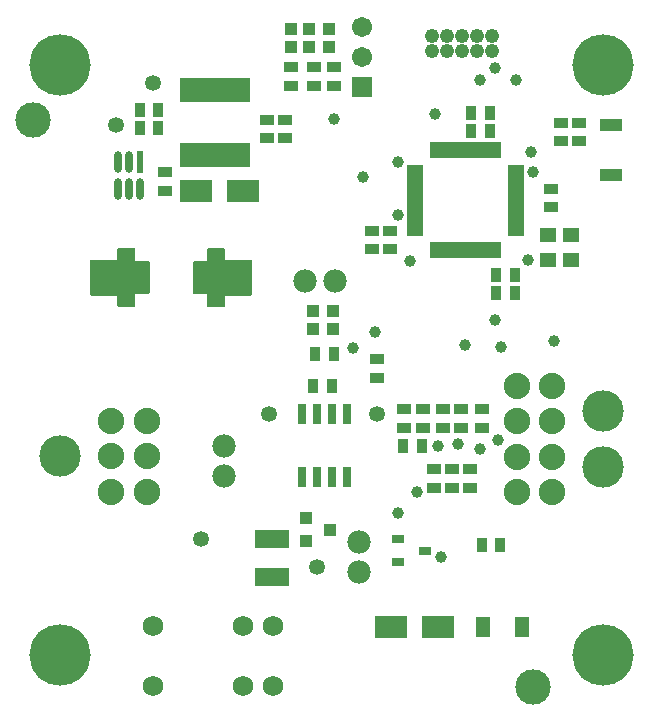
<source format=gts>
G04*
G04 #@! TF.GenerationSoftware,Altium Limited,Altium Designer,19.0.10 (269)*
G04*
G04 Layer_Color=8388736*
%FSLAX25Y25*%
%MOIN*%
G70*
G01*
G75*
%ADD14R,0.04343X0.03162*%
%ADD15C,0.05300*%
%ADD16R,0.04800X0.06800*%
%ADD17R,0.03800X0.04800*%
%ADD18C,0.09708*%
%ADD19R,0.04800X0.03800*%
%ADD20R,0.07800X0.04300*%
%ADD21R,0.01981X0.05524*%
%ADD22R,0.05524X0.01981*%
%ADD23R,0.04300X0.04300*%
%ADD24R,0.10642X0.07493*%
%ADD25R,0.23241X0.07887*%
G04:AMPARAMS|DCode=26|XSize=73.01mil|YSize=24.1mil|CornerRadius=12.05mil|HoleSize=0mil|Usage=FLASHONLY|Rotation=270.000|XOffset=0mil|YOffset=0mil|HoleType=Round|Shape=RoundedRectangle|*
%AMROUNDEDRECTD26*
21,1,0.07301,0.00000,0,0,270.0*
21,1,0.04891,0.02410,0,0,270.0*
1,1,0.02410,0.00000,-0.02445*
1,1,0.02410,0.00000,0.02445*
1,1,0.02410,0.00000,0.02445*
1,1,0.02410,0.00000,-0.02445*
%
%ADD26ROUNDEDRECTD26*%
%ADD27R,0.02410X0.07301*%
%ADD28R,0.05600X0.05100*%
%ADD29R,0.03162X0.06902*%
%ADD30R,0.11824X0.05918*%
%ADD31R,0.04343X0.03950*%
%ADD32C,0.11811*%
%ADD33C,0.07800*%
%ADD34C,0.13811*%
%ADD35C,0.08800*%
%ADD36C,0.04800*%
%ADD37R,0.06706X0.06706*%
%ADD38C,0.06706*%
%ADD39C,0.06800*%
%ADD40C,0.20472*%
%ADD41C,0.03950*%
G36*
X414651Y352250D02*
X414707Y352240D01*
X414761Y352225D01*
X414813Y352203D01*
X414862Y352176D01*
X414908Y352144D01*
X414949Y352106D01*
X414987Y352064D01*
X415019Y352019D01*
X415046Y351970D01*
X415068Y351918D01*
X415084Y351864D01*
X415093Y351808D01*
X415096Y351752D01*
Y347922D01*
X419320D01*
X419376Y347919D01*
X419431Y347910D01*
X419485Y347894D01*
X419537Y347873D01*
X419586Y347846D01*
X419632Y347813D01*
X419674Y347776D01*
X419711Y347734D01*
X419744Y347688D01*
X419771Y347639D01*
X419792Y347587D01*
X419808Y347533D01*
X419817Y347478D01*
X419820Y347422D01*
Y337579D01*
X419817Y337523D01*
X419808Y337468D01*
X419792Y337414D01*
X419771Y337362D01*
X419744Y337313D01*
X419711Y337267D01*
X419674Y337225D01*
X419632Y337188D01*
X419586Y337155D01*
X419537Y337128D01*
X419485Y337106D01*
X419431Y337091D01*
X419376Y337081D01*
X419320Y337078D01*
X415096D01*
Y333248D01*
X415093Y333192D01*
X415084Y333137D01*
X415068Y333083D01*
X415046Y333031D01*
X415019Y332982D01*
X414987Y332936D01*
X414949Y332894D01*
X414908Y332857D01*
X414862Y332824D01*
X414813Y332797D01*
X414761Y332776D01*
X414707Y332760D01*
X414651Y332751D01*
X414595Y332748D01*
X409477D01*
X409421Y332751D01*
X409366Y332760D01*
X409312Y332776D01*
X409260Y332797D01*
X409211Y332824D01*
X409165Y332857D01*
X409123Y332894D01*
X409086Y332936D01*
X409053Y332982D01*
X409026Y333031D01*
X409004Y333083D01*
X408989Y333137D01*
X408980Y333192D01*
X408976Y333248D01*
X408976Y336499D01*
X400500Y336499D01*
X400444Y336502D01*
X400389Y336512D01*
X400335Y336527D01*
X400283Y336549D01*
X400234Y336576D01*
X400188Y336609D01*
X400146Y336646D01*
X400108Y336688D01*
X400076Y336734D01*
X400049Y336783D01*
X400027Y336835D01*
X400012Y336889D01*
X400002Y336944D01*
X399999Y337000D01*
X399999Y348000D01*
X400002Y348056D01*
X400012Y348112D01*
X400027Y348165D01*
X400049Y348217D01*
X400076Y348267D01*
X400108Y348312D01*
X400146Y348354D01*
X400188Y348392D01*
X400234Y348424D01*
X400283Y348451D01*
X400335Y348473D01*
X400389Y348488D01*
X400444Y348498D01*
X400500Y348501D01*
X408976Y348501D01*
X408976Y351752D01*
X408980Y351808D01*
X408989Y351864D01*
X409004Y351918D01*
X409026Y351970D01*
X409053Y352019D01*
X409086Y352064D01*
X409123Y352106D01*
X409165Y352144D01*
X409211Y352176D01*
X409260Y352203D01*
X409312Y352225D01*
X409366Y352240D01*
X409421Y352250D01*
X409477Y352253D01*
X414595D01*
X414651Y352250D01*
D02*
G37*
G36*
X444573D02*
X444628Y352240D01*
X444682Y352225D01*
X444734Y352203D01*
X444783Y352176D01*
X444829Y352144D01*
X444871Y352106D01*
X444908Y352064D01*
X444941Y352019D01*
X444968Y351970D01*
X444989Y351918D01*
X445005Y351864D01*
X445014Y351808D01*
X445017Y351752D01*
X445017Y348501D01*
X453500Y348501D01*
X453556Y348498D01*
X453611Y348488D01*
X453665Y348473D01*
X453717Y348451D01*
X453766Y348424D01*
X453812Y348392D01*
X453854Y348354D01*
X453892Y348312D01*
X453924Y348267D01*
X453951Y348217D01*
X453973Y348165D01*
X453988Y348112D01*
X453998Y348056D01*
X454001Y348000D01*
X454001Y337000D01*
X453998Y336944D01*
X453988Y336889D01*
X453973Y336835D01*
X453951Y336783D01*
X453924Y336734D01*
X453892Y336688D01*
X453854Y336646D01*
X453812Y336609D01*
X453766Y336576D01*
X453717Y336549D01*
X453665Y336527D01*
X453611Y336512D01*
X453556Y336502D01*
X453500Y336499D01*
X445017Y336499D01*
X445017Y333248D01*
X445014Y333192D01*
X445005Y333137D01*
X444989Y333083D01*
X444968Y333031D01*
X444941Y332982D01*
X444908Y332936D01*
X444871Y332894D01*
X444829Y332857D01*
X444783Y332824D01*
X444734Y332797D01*
X444682Y332776D01*
X444628Y332760D01*
X444573Y332751D01*
X444517Y332748D01*
X439398D01*
X439342Y332751D01*
X439287Y332760D01*
X439233Y332776D01*
X439181Y332797D01*
X439132Y332824D01*
X439086Y332857D01*
X439044Y332894D01*
X439007Y332936D01*
X438974Y332982D01*
X438947Y333031D01*
X438926Y333083D01*
X438910Y333137D01*
X438901Y333192D01*
X438898Y333248D01*
Y337078D01*
X434674D01*
X434618Y337081D01*
X434562Y337091D01*
X434509Y337106D01*
X434457Y337128D01*
X434408Y337155D01*
X434362Y337188D01*
X434320Y337225D01*
X434282Y337267D01*
X434250Y337313D01*
X434223Y337362D01*
X434201Y337414D01*
X434186Y337468D01*
X434176Y337523D01*
X434173Y337579D01*
Y347422D01*
X434176Y347478D01*
X434186Y347533D01*
X434201Y347587D01*
X434223Y347639D01*
X434250Y347688D01*
X434282Y347734D01*
X434320Y347776D01*
X434362Y347813D01*
X434408Y347846D01*
X434457Y347873D01*
X434509Y347894D01*
X434562Y347910D01*
X434618Y347919D01*
X434674Y347922D01*
X438898D01*
Y351752D01*
X438901Y351808D01*
X438910Y351864D01*
X438926Y351918D01*
X438947Y351970D01*
X438974Y352019D01*
X439007Y352064D01*
X439044Y352106D01*
X439086Y352144D01*
X439132Y352176D01*
X439181Y352203D01*
X439233Y352225D01*
X439287Y352240D01*
X439342Y352250D01*
X439398Y352253D01*
X444517D01*
X444573Y352250D01*
D02*
G37*
D14*
X502472Y255240D02*
D03*
Y247760D02*
D03*
X511528Y251500D02*
D03*
D15*
X421000Y407500D02*
D03*
X495500Y297000D02*
D03*
X459500D02*
D03*
X408500Y393500D02*
D03*
X475500Y246000D02*
D03*
X437000Y255500D02*
D03*
D16*
X544000Y226000D02*
D03*
X531000D02*
D03*
D17*
X526876Y397500D02*
D03*
X533124D02*
D03*
Y391500D02*
D03*
X526876D02*
D03*
X416500Y392500D02*
D03*
X422747D02*
D03*
Y398500D02*
D03*
X416500D02*
D03*
X474876Y317000D02*
D03*
X481124D02*
D03*
X541624Y343500D02*
D03*
X535376D02*
D03*
X541624Y337500D02*
D03*
X535376D02*
D03*
X480624Y306465D02*
D03*
X474376D02*
D03*
X536747Y253500D02*
D03*
X530500D02*
D03*
X510624Y286500D02*
D03*
X504376D02*
D03*
D18*
X412282Y342549D02*
D03*
X441711D02*
D03*
D19*
X563000Y387876D02*
D03*
Y394124D02*
D03*
X557000D02*
D03*
Y387876D02*
D03*
X553500Y372124D02*
D03*
Y365876D02*
D03*
X474500Y406376D02*
D03*
Y412624D02*
D03*
X481124Y406376D02*
D03*
Y412624D02*
D03*
X467000Y406376D02*
D03*
Y412624D02*
D03*
X465000Y388876D02*
D03*
Y395124D02*
D03*
X459000Y388876D02*
D03*
Y395124D02*
D03*
X425000Y377624D02*
D03*
Y371376D02*
D03*
X500000Y351876D02*
D03*
Y358124D02*
D03*
X494000Y351876D02*
D03*
Y358124D02*
D03*
X495500Y315247D02*
D03*
Y309000D02*
D03*
X511000Y298624D02*
D03*
Y292376D02*
D03*
X504500D02*
D03*
Y298624D02*
D03*
X517500D02*
D03*
Y292376D02*
D03*
X523500D02*
D03*
Y298624D02*
D03*
X520500Y272376D02*
D03*
Y278624D02*
D03*
X526500Y272376D02*
D03*
Y278624D02*
D03*
X514500D02*
D03*
Y272376D02*
D03*
X530500Y292376D02*
D03*
Y298624D02*
D03*
D20*
X573500Y376732D02*
D03*
Y393268D02*
D03*
D21*
X535968Y351536D02*
D03*
X534000D02*
D03*
X532031D02*
D03*
X530063D02*
D03*
X528094D02*
D03*
X526126D02*
D03*
X524157D02*
D03*
X522189D02*
D03*
X520221D02*
D03*
X518252D02*
D03*
X516284D02*
D03*
X514315D02*
D03*
Y385000D02*
D03*
X516284D02*
D03*
X518252D02*
D03*
X520221D02*
D03*
X522189D02*
D03*
X524157D02*
D03*
X526126D02*
D03*
X528094D02*
D03*
X530063D02*
D03*
X532031D02*
D03*
X534000D02*
D03*
X535968D02*
D03*
D22*
X508410Y357441D02*
D03*
Y359409D02*
D03*
Y361378D02*
D03*
Y363347D02*
D03*
Y365315D02*
D03*
Y367284D02*
D03*
Y369252D02*
D03*
Y371220D02*
D03*
Y373189D02*
D03*
Y375157D02*
D03*
Y377126D02*
D03*
Y379095D02*
D03*
X541874D02*
D03*
Y377126D02*
D03*
Y375157D02*
D03*
Y373189D02*
D03*
Y371220D02*
D03*
Y369252D02*
D03*
Y367284D02*
D03*
Y365315D02*
D03*
Y363347D02*
D03*
Y361378D02*
D03*
Y359409D02*
D03*
Y357441D02*
D03*
D23*
X467000Y419500D02*
D03*
Y425500D02*
D03*
X479500D02*
D03*
Y419500D02*
D03*
X473000Y425500D02*
D03*
Y419500D02*
D03*
X480876Y331500D02*
D03*
Y325500D02*
D03*
X474376Y331500D02*
D03*
Y325500D02*
D03*
D24*
X435126Y371500D02*
D03*
X450874D02*
D03*
X515874Y226000D02*
D03*
X500126D02*
D03*
D25*
X441500Y383500D02*
D03*
Y405000D02*
D03*
D26*
X416675Y371916D02*
D03*
X412935D02*
D03*
X409195D02*
D03*
Y380973D02*
D03*
X412935D02*
D03*
D27*
X416675D02*
D03*
D28*
X552760Y348366D02*
D03*
Y356634D02*
D03*
X560240Y348366D02*
D03*
Y356634D02*
D03*
D29*
X485493Y297128D02*
D03*
X480493D02*
D03*
X475493D02*
D03*
X470493D02*
D03*
X485493Y275868D02*
D03*
X480493D02*
D03*
X475493D02*
D03*
X470493D02*
D03*
D30*
X460500Y242601D02*
D03*
Y255399D02*
D03*
D31*
X479937Y258500D02*
D03*
X472063Y262240D02*
D03*
Y254760D02*
D03*
D32*
X547500Y206000D02*
D03*
X381000Y395000D02*
D03*
D33*
X481500Y341500D02*
D03*
X471500D02*
D03*
X444500Y276500D02*
D03*
Y286500D02*
D03*
X489500Y244500D02*
D03*
Y254500D02*
D03*
D34*
X571000Y279496D02*
D03*
Y298000D02*
D03*
X390000Y283000D02*
D03*
D35*
X542181Y271031D02*
D03*
X554000D02*
D03*
X542181Y306465D02*
D03*
X554000D02*
D03*
Y294654D02*
D03*
Y282842D02*
D03*
X542181Y294654D02*
D03*
Y282842D02*
D03*
X407000Y294811D02*
D03*
X418819D02*
D03*
Y283000D02*
D03*
Y271189D02*
D03*
X407000Y283000D02*
D03*
Y271189D02*
D03*
D36*
X524000Y418000D02*
D03*
Y423000D02*
D03*
X529000D02*
D03*
Y418000D02*
D03*
X534000D02*
D03*
Y423000D02*
D03*
X519000D02*
D03*
Y418000D02*
D03*
X514000D02*
D03*
Y423000D02*
D03*
D37*
X490500Y406000D02*
D03*
D38*
Y416000D02*
D03*
Y426000D02*
D03*
D39*
X421000Y226500D02*
D03*
Y206500D02*
D03*
X451000Y226500D02*
D03*
Y206500D02*
D03*
X461000Y226500D02*
D03*
Y206500D02*
D03*
D40*
X570866Y216535D02*
D03*
Y413386D02*
D03*
X390035Y216535D02*
D03*
Y413386D02*
D03*
D41*
X535000Y412500D02*
D03*
X547500Y377624D02*
D03*
X546000Y348500D02*
D03*
X536000Y288500D02*
D03*
X517000Y249500D02*
D03*
X554500Y321500D02*
D03*
X509000Y271000D02*
D03*
X516000Y286500D02*
D03*
X502500Y264000D02*
D03*
Y363500D02*
D03*
X515000Y397000D02*
D03*
X481124Y395500D02*
D03*
X542000Y408500D02*
D03*
X530000D02*
D03*
X502500Y381000D02*
D03*
X491000Y376000D02*
D03*
X547000Y384500D02*
D03*
X506500Y348000D02*
D03*
X525000Y320000D02*
D03*
X487500Y319000D02*
D03*
X495000Y324500D02*
D03*
X522500Y287000D02*
D03*
X537000Y319500D02*
D03*
X530000Y285500D02*
D03*
X535000Y328500D02*
D03*
M02*

</source>
